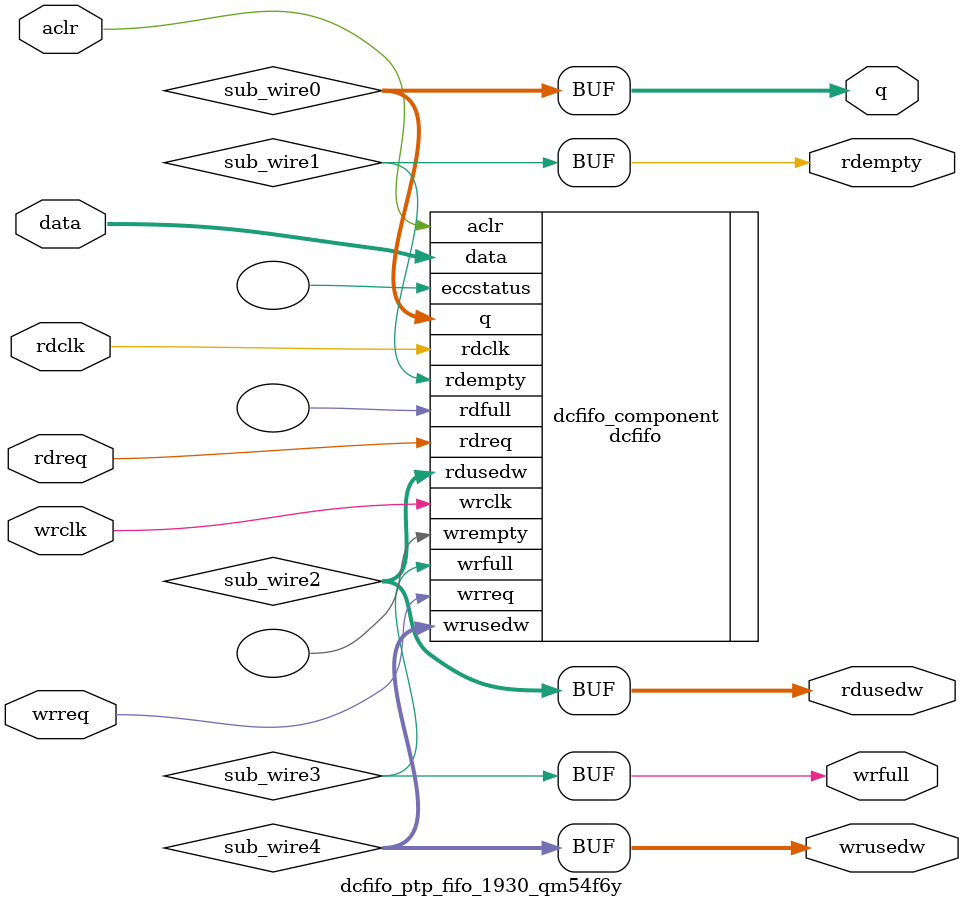
<source format=v>



`timescale 1 ps / 1 ps
// synopsys translate_on
module  dcfifo_ptp_fifo_1930_qm54f6y  (
    aclr,
    data,
    rdclk,
    rdreq,
    wrclk,
    wrreq,
    q,
    rdempty,
    rdusedw,
    wrfull,
    wrusedw);

    input    aclr;
    input  [127:0]  data;
    input    rdclk;
    input    rdreq;
    input    wrclk;
    input    wrreq;
    output [127:0]  q;
    output   rdempty;
    output [3:0]  rdusedw;
    output   wrfull;
    output [3:0]  wrusedw;
`ifndef ALTERA_RESERVED_QIS
// synopsys translate_off
`endif
    tri0     aclr;
`ifndef ALTERA_RESERVED_QIS
// synopsys translate_on
`endif

    wire [127:0] sub_wire0;
    wire  sub_wire1;
    wire [3:0] sub_wire2;
    wire  sub_wire3;
    wire [3:0] sub_wire4;
    wire [127:0] q = sub_wire0[127:0];
    wire  rdempty = sub_wire1;
    wire [3:0] rdusedw = sub_wire2[3:0];
    wire  wrfull = sub_wire3;
    wire [3:0] wrusedw = sub_wire4[3:0];

    dcfifo  dcfifo_component (
                .aclr (aclr),
                .data (data),
                .rdclk (rdclk),
                .rdreq (rdreq),
                .wrclk (wrclk),
                .wrreq (wrreq),
                .q (sub_wire0),
                .rdempty (sub_wire1),
                .rdusedw (sub_wire2),
                .wrfull (sub_wire3),
                .wrusedw (sub_wire4),
                .eccstatus (),
                .rdfull (),
                .wrempty ());
    defparam
        dcfifo_component.enable_ecc  = "FALSE",
        dcfifo_component.intended_device_family  = "Cyclone 10 GX",
        dcfifo_component.lpm_hint  = "DISABLE_DCFIFO_EMBEDDED_TIMING_CONSTRAINT=TRUE",
        dcfifo_component.lpm_numwords  = 16,
        dcfifo_component.lpm_showahead  = "OFF",
        dcfifo_component.lpm_type  = "dcfifo",
        dcfifo_component.lpm_width  = 128,
        dcfifo_component.lpm_widthu  = 4,
        dcfifo_component.overflow_checking  = "ON",
        dcfifo_component.rdsync_delaypipe  = 4,
        dcfifo_component.read_aclr_synch  = "ON",
        dcfifo_component.underflow_checking  = "ON",
        dcfifo_component.use_eab  = "ON",
        dcfifo_component.write_aclr_synch  = "ON",
        dcfifo_component.wrsync_delaypipe  = 4;


endmodule



</source>
